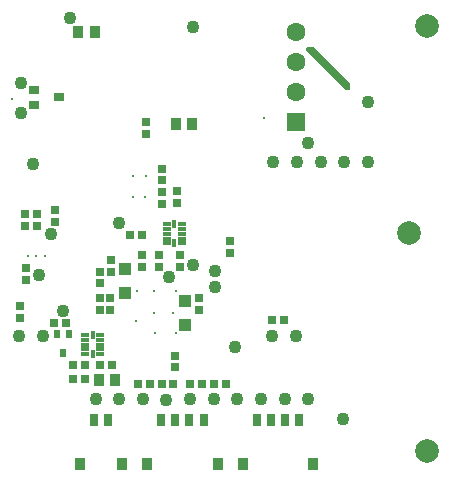
<source format=gbs>
%FSLAX25Y25*%
%MOIN*%
G70*
G01*
G75*
G04 Layer_Color=16711935*
%ADD10C,0.00787*%
%ADD11C,0.00591*%
%ADD12C,0.02362*%
%ADD13C,0.01575*%
%ADD14C,0.01181*%
%ADD15C,0.01000*%
%ADD16C,0.00984*%
%ADD17C,0.01969*%
%ADD18C,0.02756*%
%ADD19R,0.02165X0.03347*%
%ADD20R,0.01969X0.01969*%
%ADD21R,0.14961X0.03150*%
%ADD22R,0.03150X0.14961*%
%ADD23R,0.02362X0.02362*%
%ADD24C,0.03937*%
%ADD25R,0.02559X0.02362*%
%ADD26R,0.02362X0.02559*%
%ADD27R,0.03937X0.03150*%
%ADD28R,0.01969X0.02598*%
%ADD29R,0.02598X0.01969*%
%ADD30R,0.01181X0.05709*%
%ADD31R,0.05709X0.01181*%
%ADD32R,0.17520X0.17520*%
%ADD33R,0.03150X0.03543*%
%ADD34R,0.02362X0.02362*%
%ADD35R,0.02756X0.02362*%
%ADD36R,0.04331X0.01142*%
%ADD37R,0.06221X0.09252*%
%ADD38R,0.09449X0.07480*%
%ADD39R,0.07480X0.04331*%
%ADD40R,0.03937X0.03543*%
%ADD41R,0.04528X0.05709*%
%ADD42R,0.05709X0.04528*%
%ADD43R,0.03740X0.09055*%
%ADD44R,0.11811X0.05118*%
%ADD45R,0.02362X0.06102*%
%ADD46R,0.01142X0.05906*%
%ADD47R,0.05906X0.01142*%
%ADD48R,0.04724X0.05709*%
%ADD49R,0.02362X0.02756*%
%ADD50R,0.01142X0.04528*%
%ADD51R,0.04528X0.01142*%
%ADD52R,0.09843X0.09843*%
%ADD53C,0.01260*%
%ADD54R,0.04134X0.05118*%
%ADD55P,0.03341X4X180.0*%
%ADD56R,0.03150X0.03937*%
%ADD57R,0.05512X0.03937*%
%ADD58R,0.18898X0.03937*%
%ADD59R,0.01102X0.03150*%
%ADD60R,0.03150X0.01102*%
%ADD61C,0.00500*%
%ADD62C,0.01142*%
%ADD63C,0.03937*%
%ADD64R,0.12992X0.03937*%
%ADD65R,0.03937X0.12992*%
%ADD66R,0.08000X0.06900*%
%ADD67R,0.05100X0.04800*%
%ADD68R,0.05300X0.03600*%
%ADD69R,0.01800X0.02100*%
%ADD70R,0.11800X0.04200*%
%ADD71R,0.02200X0.11317*%
%ADD72R,0.06600X0.08100*%
%ADD73R,0.01900X0.04300*%
%ADD74R,0.04600X0.05600*%
%ADD75R,0.08200X0.06284*%
%ADD76R,0.05900X0.05500*%
%ADD77R,0.04961X0.03937*%
%ADD78R,0.15272X0.03937*%
%ADD79R,0.03937X0.07874*%
%ADD80R,0.09803X0.03937*%
%ADD81C,0.05906*%
%ADD82R,0.05906X0.05906*%
%ADD83C,0.01575*%
%ADD84C,0.03150*%
%ADD85R,0.55906X1.57480*%
%ADD86C,0.03150*%
%ADD87C,0.15748*%
G04:AMPARAMS|DCode=88|XSize=55.433mil|YSize=55.433mil|CornerRadius=0mil|HoleSize=0mil|Usage=FLASHONLY|Rotation=0.000|XOffset=0mil|YOffset=0mil|HoleType=Round|Shape=Relief|Width=5mil|Gap=5mil|Entries=4|*
%AMTHD88*
7,0,0,0.05543,0.04543,0.00500,45*
%
%ADD88THD88*%
%ADD89C,0.04724*%
G04:AMPARAMS|DCode=90|XSize=39.685mil|YSize=39.685mil|CornerRadius=0mil|HoleSize=0mil|Usage=FLASHONLY|Rotation=0.000|XOffset=0mil|YOffset=0mil|HoleType=Round|Shape=Relief|Width=5mil|Gap=5mil|Entries=4|*
%AMTHD90*
7,0,0,0.03969,0.02969,0.00500,45*
%
%ADD90THD90*%
G04:AMPARAMS|DCode=91|XSize=27.874mil|YSize=27.874mil|CornerRadius=0mil|HoleSize=0mil|Usage=FLASHONLY|Rotation=0.000|XOffset=0mil|YOffset=0mil|HoleType=Round|Shape=Relief|Width=5mil|Gap=5mil|Entries=4|*
%AMTHD91*
7,0,0,0.02787,0.01787,0.00500,45*
%
%ADD91THD91*%
%ADD92C,0.01969*%
%ADD93C,0.03937*%
%ADD94C,0.00800*%
%ADD95R,0.02362X0.00787*%
%ADD96R,0.00787X0.02362*%
%ADD97R,0.03347X0.02165*%
%ADD98R,0.02362X0.03937*%
%ADD99R,0.03740X0.03937*%
%ADD100R,0.02500X0.08400*%
%ADD101R,0.03000X0.02500*%
%ADD102R,0.01800X0.07300*%
%ADD103R,0.02300X0.10700*%
%ADD104R,0.02400X0.01800*%
%ADD105C,0.02000*%
%ADD106C,0.02500*%
%ADD107C,0.00600*%
%ADD108R,0.02600X0.02500*%
%ADD109R,0.00866X0.00866*%
%ADD110R,0.06299X0.02756*%
%ADD111R,0.02362X0.00984*%
%ADD112C,0.00000*%
%ADD113R,0.02565X0.03747*%
%ADD114R,0.02369X0.02369*%
%ADD115R,0.15361X0.03550*%
%ADD116R,0.03550X0.15361*%
%ADD117R,0.02762X0.02762*%
%ADD118C,0.07874*%
%ADD119R,0.02959X0.02762*%
%ADD120R,0.02762X0.02959*%
%ADD121R,0.04337X0.03550*%
%ADD122R,0.02369X0.02998*%
%ADD123R,0.02998X0.02369*%
%ADD124R,0.01581X0.06109*%
%ADD125R,0.06109X0.01581*%
%ADD126R,0.17920X0.17920*%
%ADD127R,0.03550X0.03943*%
%ADD128R,0.02762X0.02762*%
%ADD129R,0.03156X0.02762*%
%ADD130R,0.04731X0.01542*%
%ADD131R,0.06621X0.09652*%
%ADD132R,0.09849X0.07880*%
%ADD133R,0.07880X0.04731*%
%ADD134R,0.04337X0.03943*%
%ADD135R,0.04928X0.06109*%
%ADD136R,0.06109X0.04928*%
%ADD137R,0.04140X0.09455*%
%ADD138R,0.12211X0.05518*%
%ADD139R,0.02762X0.06502*%
%ADD140R,0.01542X0.06306*%
%ADD141R,0.06306X0.01542*%
%ADD142R,0.05124X0.06109*%
%ADD143R,0.02762X0.03156*%
%ADD144R,0.01542X0.04928*%
%ADD145R,0.04928X0.01542*%
%ADD146R,0.10243X0.10243*%
%ADD147C,0.00866*%
%ADD148R,0.04534X0.05518*%
%ADD149P,0.03906X4X180.0*%
%ADD150R,0.03550X0.04337*%
%ADD151R,0.05912X0.04337*%
%ADD152R,0.19298X0.04337*%
%ADD153R,0.01502X0.03550*%
%ADD154R,0.03550X0.01502*%
%ADD155R,0.13392X0.04337*%
%ADD156R,0.04337X0.13392*%
%ADD157C,0.04337*%
%ADD158C,0.00400*%
%ADD159C,0.06306*%
%ADD160R,0.06306X0.06306*%
%ADD161C,0.01024*%
%ADD162R,0.02762X0.01187*%
%ADD163R,0.01187X0.02762*%
%ADD164R,0.03747X0.02565*%
%ADD165R,0.02762X0.04337*%
%ADD166R,0.04140X0.04337*%
G36*
X-3531Y63147D02*
X-3493Y63135D01*
X-3458Y63117D01*
X-3428Y63092D01*
X8526Y51137D01*
X8551Y51107D01*
X8570Y51072D01*
X8581Y51034D01*
X8585Y50995D01*
Y49019D01*
X8584Y49009D01*
Y49000D01*
X8582Y48990D01*
X8581Y48980D01*
X8579Y48970D01*
X8576Y48961D01*
X8573Y48952D01*
X8570Y48942D01*
X8565Y48934D01*
X8562Y48924D01*
X8556Y48916D01*
X8551Y48908D01*
X8545Y48900D01*
X8540Y48892D01*
X8533Y48885D01*
X8526Y48877D01*
X8519Y48871D01*
X8512Y48864D01*
X8504Y48858D01*
X8496Y48852D01*
X8487Y48847D01*
X8479Y48842D01*
X8470Y48838D01*
X8461Y48834D01*
X8452Y48831D01*
X8443Y48827D01*
X7486Y48537D01*
X7476Y48535D01*
X7467Y48532D01*
X7457Y48531D01*
X7447Y48529D01*
X7437D01*
X7427Y48528D01*
X7417Y48529D01*
X7408D01*
X7398Y48531D01*
X7388Y48532D01*
X7378Y48535D01*
X7369Y48537D01*
X7360Y48540D01*
X7350Y48543D01*
X7342Y48548D01*
X7333Y48552D01*
X7324Y48557D01*
X7316Y48562D01*
X7308Y48568D01*
X7300Y48573D01*
X7293Y48581D01*
X7285Y48587D01*
X7279Y48594D01*
X7272Y48601D01*
X7266Y48610D01*
X7260Y48617D01*
X7142Y48795D01*
X-5947Y61884D01*
X-5972Y61914D01*
X-5991Y61949D01*
X-6000Y61978D01*
X-6002Y61987D01*
X-6006Y62026D01*
X-6002Y62065D01*
X-5991Y62103D01*
X-5608Y63026D01*
X-5590Y63061D01*
X-5565Y63092D01*
X-5534Y63117D01*
X-5499Y63135D01*
X-5462Y63147D01*
X-5423Y63151D01*
X-3570D01*
X-3531Y63147D01*
D02*
G37*
D117*
X-79644Y-42987D02*
D03*
X-83581D02*
D03*
X-74581Y-43087D02*
D03*
X-70644D02*
D03*
X-36681Y-49187D02*
D03*
X-32744D02*
D03*
X-40744D02*
D03*
X-44681D02*
D03*
X-58144D02*
D03*
X-62081D02*
D03*
X-54181D02*
D03*
X-50244D02*
D03*
D118*
X34252Y70079D02*
D03*
Y-71653D02*
D03*
X28346Y1181D02*
D03*
D119*
X-89613Y8781D02*
D03*
Y4844D02*
D03*
X-95813Y7381D02*
D03*
Y3444D02*
D03*
X-99613Y7381D02*
D03*
Y3444D02*
D03*
X-99313Y-10619D02*
D03*
Y-14556D02*
D03*
X-31251Y-5740D02*
D03*
Y-1803D02*
D03*
X-59513Y37881D02*
D03*
Y33944D02*
D03*
X-53956Y22465D02*
D03*
Y18528D02*
D03*
X-48913Y10944D02*
D03*
Y14881D02*
D03*
D120*
X-89981Y-28887D02*
D03*
X-86044D02*
D03*
X-83581Y-47487D02*
D03*
X-79644D02*
D03*
X-60644Y213D02*
D03*
X-64581D02*
D03*
D122*
X-88881Y-32738D02*
D03*
X-84944D02*
D03*
X-86913Y-39037D02*
D03*
D127*
X-75169Y-47987D02*
D03*
X-69657D02*
D03*
X-43957Y37513D02*
D03*
X-49468D02*
D03*
X-76357Y68028D02*
D03*
X-81868D02*
D03*
D128*
X-55113Y-6319D02*
D03*
Y-10256D02*
D03*
X-48013Y-6319D02*
D03*
Y-10256D02*
D03*
X-49713Y-43756D02*
D03*
Y-39819D02*
D03*
X-60813Y-6319D02*
D03*
Y-10256D02*
D03*
X-41613Y-20719D02*
D03*
Y-24656D02*
D03*
X-71413Y-20719D02*
D03*
Y-24656D02*
D03*
X-74713Y-20719D02*
D03*
Y-24656D02*
D03*
Y-11819D02*
D03*
Y-15756D02*
D03*
X-53956Y14565D02*
D03*
Y10628D02*
D03*
D129*
X-101413Y-23319D02*
D03*
Y-27256D02*
D03*
X-71113Y-11856D02*
D03*
Y-7919D02*
D03*
D143*
X-13344Y-27987D02*
D03*
X-17281D02*
D03*
D150*
X-35433Y-75984D02*
D03*
X-59055D02*
D03*
X-3543D02*
D03*
X-27165D02*
D03*
X-67323D02*
D03*
X-81496D02*
D03*
D157*
X14547Y44613D02*
D03*
X-84613Y72713D02*
D03*
X-97113Y24113D02*
D03*
X-36513Y-16829D02*
D03*
Y-11687D02*
D03*
X6273Y-61074D02*
D03*
X14567Y24803D02*
D03*
X6693D02*
D03*
X-1181D02*
D03*
X-9055D02*
D03*
X-5313Y31113D02*
D03*
X-87113Y-24987D02*
D03*
X-43813Y69813D02*
D03*
X-16929Y24803D02*
D03*
X-91034Y713D02*
D03*
X-68513Y4313D02*
D03*
X-51613Y-13487D02*
D03*
X-43813Y-9787D02*
D03*
X-29528Y-37008D02*
D03*
X-94971Y-12816D02*
D03*
X-101113Y50913D02*
D03*
Y40913D02*
D03*
X-36743Y-54428D02*
D03*
X-44617D02*
D03*
X-52554Y-54491D02*
D03*
X-60365Y-54428D02*
D03*
X-76154Y-54469D02*
D03*
X-68280Y-54465D02*
D03*
X-5247Y-54428D02*
D03*
X-13121D02*
D03*
X-20995D02*
D03*
X-28869D02*
D03*
X-93701Y-33465D02*
D03*
X-101575D02*
D03*
X-17323D02*
D03*
X-9449D02*
D03*
D158*
X-96457Y66929D02*
D03*
Y-66929D02*
D03*
D159*
X-9413Y67913D02*
D03*
Y57913D02*
D03*
Y47913D02*
D03*
D160*
Y37913D02*
D03*
D161*
X-19913Y39413D02*
D03*
X14547Y44613D02*
D03*
X-63613Y13013D02*
D03*
X-59513Y20013D02*
D03*
X-59613Y13013D02*
D03*
X-63613Y20013D02*
D03*
X-62313Y-18187D02*
D03*
X-56613D02*
D03*
X-49313D02*
D03*
X-56299Y-32283D02*
D03*
X-49513Y-32187D02*
D03*
X-50213Y-25687D02*
D03*
X-56613D02*
D03*
X-62813Y-28187D02*
D03*
X-103937Y45669D02*
D03*
X-95919Y-6547D02*
D03*
X-93163D02*
D03*
X-98675D02*
D03*
D162*
X-52472Y-2437D02*
D03*
Y-862D02*
D03*
Y713D02*
D03*
Y2287D02*
D03*
Y3862D02*
D03*
X-47354D02*
D03*
Y2287D02*
D03*
Y713D02*
D03*
Y-862D02*
D03*
Y-2437D02*
D03*
X-79672Y-39337D02*
D03*
Y-37762D02*
D03*
Y-36187D02*
D03*
Y-34613D02*
D03*
Y-33038D02*
D03*
X-74554D02*
D03*
Y-34613D02*
D03*
Y-36187D02*
D03*
Y-37762D02*
D03*
Y-39337D02*
D03*
D163*
X-49913Y3862D02*
D03*
Y-2437D02*
D03*
X-77113Y-33038D02*
D03*
Y-39337D02*
D03*
D164*
X-88279Y46213D02*
D03*
X-96547Y48772D02*
D03*
Y43654D02*
D03*
D165*
X-54331Y-61221D02*
D03*
X-49606D02*
D03*
X-44882D02*
D03*
X-40157D02*
D03*
X-22441D02*
D03*
X-17717D02*
D03*
X-12992D02*
D03*
X-8268D02*
D03*
X-76772D02*
D03*
X-72047D02*
D03*
D166*
X-66213Y-18924D02*
D03*
Y-11050D02*
D03*
X-46513Y-21650D02*
D03*
Y-29524D02*
D03*
M02*

</source>
